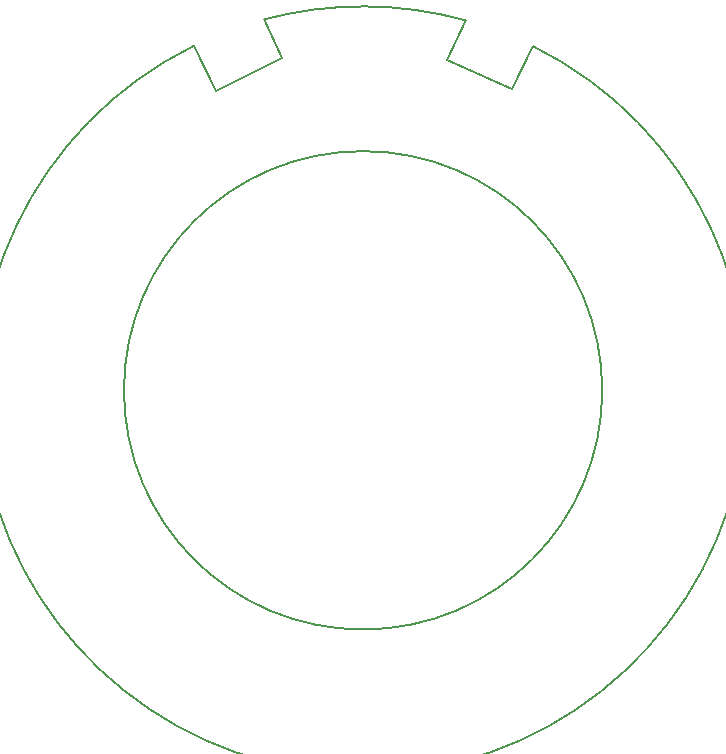
<source format=gbr>
%FSLAX34Y34*%
G04 Gerber Fmt 3.4, Leading zero omitted, Abs format*
G04 (created by PCBNEW (2014-06-29 BZR 4957)-product) date Sat 19 Jul 2014 09:43:34 PM CEST*
%MOIN*%
G01*
G70*
G90*
G04 APERTURE LIST*
%ADD10C,0.003937*%
%ADD11C,0.007874*%
G04 APERTURE END LIST*
G54D10*
G54D11*
X62482Y-25072D02*
G75*
G03X55748Y-25039I-3427J-12329D01*
G74*
G01*
X56359Y-26310D02*
X55748Y-25039D01*
X54155Y-27412D02*
X56359Y-26310D01*
X61849Y-26379D02*
X62482Y-25071D01*
X64014Y-27363D02*
X61849Y-26379D01*
X64014Y-27363D02*
X64724Y-25933D01*
X53422Y-25915D02*
X54154Y-27412D01*
X53422Y-25915D02*
G75*
G03X64724Y-25933I5632J-11486D01*
G74*
G01*
X67027Y-37401D02*
G75*
G03X67027Y-37401I-7972J0D01*
G74*
G01*
M02*

</source>
